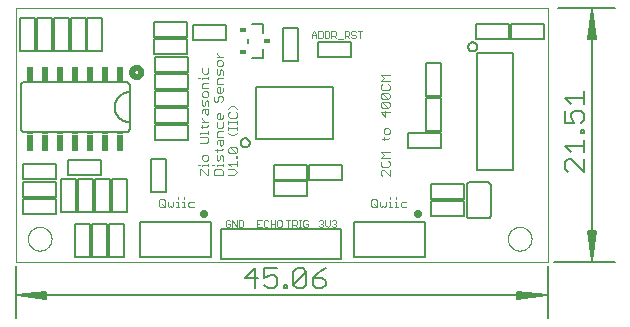
<source format=gto>
G75*
%MOIN*%
%OFA0B0*%
%FSLAX25Y25*%
%IPPOS*%
%LPD*%
%AMOC8*
5,1,8,0,0,1.08239X$1,22.5*
%
%ADD10C,0.00000*%
%ADD11C,0.00200*%
%ADD12C,0.00512*%
%ADD13C,0.00600*%
%ADD14C,0.00300*%
%ADD15C,0.00500*%
%ADD16R,0.02300X0.01800*%
%ADD17C,0.00800*%
%ADD18C,0.00787*%
%ADD19C,0.02828*%
%ADD20C,0.02000*%
%ADD21R,0.02000X0.00500*%
%ADD22R,0.02000X0.05800*%
D10*
X0014157Y0019933D02*
X0014157Y0104733D01*
X0191322Y0104733D01*
X0191322Y0019933D01*
X0014157Y0019933D01*
X0018094Y0027807D02*
X0018096Y0027932D01*
X0018102Y0028057D01*
X0018112Y0028181D01*
X0018126Y0028305D01*
X0018143Y0028429D01*
X0018165Y0028552D01*
X0018191Y0028674D01*
X0018220Y0028796D01*
X0018253Y0028916D01*
X0018291Y0029035D01*
X0018331Y0029154D01*
X0018376Y0029270D01*
X0018424Y0029385D01*
X0018476Y0029499D01*
X0018532Y0029611D01*
X0018591Y0029721D01*
X0018653Y0029829D01*
X0018719Y0029936D01*
X0018788Y0030040D01*
X0018861Y0030141D01*
X0018936Y0030241D01*
X0019015Y0030338D01*
X0019097Y0030432D01*
X0019182Y0030524D01*
X0019269Y0030613D01*
X0019360Y0030699D01*
X0019453Y0030782D01*
X0019549Y0030863D01*
X0019647Y0030940D01*
X0019747Y0031014D01*
X0019850Y0031085D01*
X0019955Y0031152D01*
X0020063Y0031217D01*
X0020172Y0031277D01*
X0020283Y0031335D01*
X0020396Y0031388D01*
X0020510Y0031438D01*
X0020626Y0031485D01*
X0020743Y0031527D01*
X0020862Y0031566D01*
X0020982Y0031602D01*
X0021103Y0031633D01*
X0021225Y0031661D01*
X0021347Y0031684D01*
X0021471Y0031704D01*
X0021595Y0031720D01*
X0021719Y0031732D01*
X0021844Y0031740D01*
X0021969Y0031744D01*
X0022093Y0031744D01*
X0022218Y0031740D01*
X0022343Y0031732D01*
X0022467Y0031720D01*
X0022591Y0031704D01*
X0022715Y0031684D01*
X0022837Y0031661D01*
X0022959Y0031633D01*
X0023080Y0031602D01*
X0023200Y0031566D01*
X0023319Y0031527D01*
X0023436Y0031485D01*
X0023552Y0031438D01*
X0023666Y0031388D01*
X0023779Y0031335D01*
X0023890Y0031277D01*
X0024000Y0031217D01*
X0024107Y0031152D01*
X0024212Y0031085D01*
X0024315Y0031014D01*
X0024415Y0030940D01*
X0024513Y0030863D01*
X0024609Y0030782D01*
X0024702Y0030699D01*
X0024793Y0030613D01*
X0024880Y0030524D01*
X0024965Y0030432D01*
X0025047Y0030338D01*
X0025126Y0030241D01*
X0025201Y0030141D01*
X0025274Y0030040D01*
X0025343Y0029936D01*
X0025409Y0029829D01*
X0025471Y0029721D01*
X0025530Y0029611D01*
X0025586Y0029499D01*
X0025638Y0029385D01*
X0025686Y0029270D01*
X0025731Y0029154D01*
X0025771Y0029035D01*
X0025809Y0028916D01*
X0025842Y0028796D01*
X0025871Y0028674D01*
X0025897Y0028552D01*
X0025919Y0028429D01*
X0025936Y0028305D01*
X0025950Y0028181D01*
X0025960Y0028057D01*
X0025966Y0027932D01*
X0025968Y0027807D01*
X0025966Y0027682D01*
X0025960Y0027557D01*
X0025950Y0027433D01*
X0025936Y0027309D01*
X0025919Y0027185D01*
X0025897Y0027062D01*
X0025871Y0026940D01*
X0025842Y0026818D01*
X0025809Y0026698D01*
X0025771Y0026579D01*
X0025731Y0026460D01*
X0025686Y0026344D01*
X0025638Y0026229D01*
X0025586Y0026115D01*
X0025530Y0026003D01*
X0025471Y0025893D01*
X0025409Y0025785D01*
X0025343Y0025678D01*
X0025274Y0025574D01*
X0025201Y0025473D01*
X0025126Y0025373D01*
X0025047Y0025276D01*
X0024965Y0025182D01*
X0024880Y0025090D01*
X0024793Y0025001D01*
X0024702Y0024915D01*
X0024609Y0024832D01*
X0024513Y0024751D01*
X0024415Y0024674D01*
X0024315Y0024600D01*
X0024212Y0024529D01*
X0024107Y0024462D01*
X0023999Y0024397D01*
X0023890Y0024337D01*
X0023779Y0024279D01*
X0023666Y0024226D01*
X0023552Y0024176D01*
X0023436Y0024129D01*
X0023319Y0024087D01*
X0023200Y0024048D01*
X0023080Y0024012D01*
X0022959Y0023981D01*
X0022837Y0023953D01*
X0022715Y0023930D01*
X0022591Y0023910D01*
X0022467Y0023894D01*
X0022343Y0023882D01*
X0022218Y0023874D01*
X0022093Y0023870D01*
X0021969Y0023870D01*
X0021844Y0023874D01*
X0021719Y0023882D01*
X0021595Y0023894D01*
X0021471Y0023910D01*
X0021347Y0023930D01*
X0021225Y0023953D01*
X0021103Y0023981D01*
X0020982Y0024012D01*
X0020862Y0024048D01*
X0020743Y0024087D01*
X0020626Y0024129D01*
X0020510Y0024176D01*
X0020396Y0024226D01*
X0020283Y0024279D01*
X0020172Y0024337D01*
X0020062Y0024397D01*
X0019955Y0024462D01*
X0019850Y0024529D01*
X0019747Y0024600D01*
X0019647Y0024674D01*
X0019549Y0024751D01*
X0019453Y0024832D01*
X0019360Y0024915D01*
X0019269Y0025001D01*
X0019182Y0025090D01*
X0019097Y0025182D01*
X0019015Y0025276D01*
X0018936Y0025373D01*
X0018861Y0025473D01*
X0018788Y0025574D01*
X0018719Y0025678D01*
X0018653Y0025785D01*
X0018591Y0025893D01*
X0018532Y0026003D01*
X0018476Y0026115D01*
X0018424Y0026229D01*
X0018376Y0026344D01*
X0018331Y0026460D01*
X0018291Y0026579D01*
X0018253Y0026698D01*
X0018220Y0026818D01*
X0018191Y0026940D01*
X0018165Y0027062D01*
X0018143Y0027185D01*
X0018126Y0027309D01*
X0018112Y0027433D01*
X0018102Y0027557D01*
X0018096Y0027682D01*
X0018094Y0027807D01*
X0178094Y0027807D02*
X0178096Y0027932D01*
X0178102Y0028057D01*
X0178112Y0028181D01*
X0178126Y0028305D01*
X0178143Y0028429D01*
X0178165Y0028552D01*
X0178191Y0028674D01*
X0178220Y0028796D01*
X0178253Y0028916D01*
X0178291Y0029035D01*
X0178331Y0029154D01*
X0178376Y0029270D01*
X0178424Y0029385D01*
X0178476Y0029499D01*
X0178532Y0029611D01*
X0178591Y0029721D01*
X0178653Y0029829D01*
X0178719Y0029936D01*
X0178788Y0030040D01*
X0178861Y0030141D01*
X0178936Y0030241D01*
X0179015Y0030338D01*
X0179097Y0030432D01*
X0179182Y0030524D01*
X0179269Y0030613D01*
X0179360Y0030699D01*
X0179453Y0030782D01*
X0179549Y0030863D01*
X0179647Y0030940D01*
X0179747Y0031014D01*
X0179850Y0031085D01*
X0179955Y0031152D01*
X0180063Y0031217D01*
X0180172Y0031277D01*
X0180283Y0031335D01*
X0180396Y0031388D01*
X0180510Y0031438D01*
X0180626Y0031485D01*
X0180743Y0031527D01*
X0180862Y0031566D01*
X0180982Y0031602D01*
X0181103Y0031633D01*
X0181225Y0031661D01*
X0181347Y0031684D01*
X0181471Y0031704D01*
X0181595Y0031720D01*
X0181719Y0031732D01*
X0181844Y0031740D01*
X0181969Y0031744D01*
X0182093Y0031744D01*
X0182218Y0031740D01*
X0182343Y0031732D01*
X0182467Y0031720D01*
X0182591Y0031704D01*
X0182715Y0031684D01*
X0182837Y0031661D01*
X0182959Y0031633D01*
X0183080Y0031602D01*
X0183200Y0031566D01*
X0183319Y0031527D01*
X0183436Y0031485D01*
X0183552Y0031438D01*
X0183666Y0031388D01*
X0183779Y0031335D01*
X0183890Y0031277D01*
X0184000Y0031217D01*
X0184107Y0031152D01*
X0184212Y0031085D01*
X0184315Y0031014D01*
X0184415Y0030940D01*
X0184513Y0030863D01*
X0184609Y0030782D01*
X0184702Y0030699D01*
X0184793Y0030613D01*
X0184880Y0030524D01*
X0184965Y0030432D01*
X0185047Y0030338D01*
X0185126Y0030241D01*
X0185201Y0030141D01*
X0185274Y0030040D01*
X0185343Y0029936D01*
X0185409Y0029829D01*
X0185471Y0029721D01*
X0185530Y0029611D01*
X0185586Y0029499D01*
X0185638Y0029385D01*
X0185686Y0029270D01*
X0185731Y0029154D01*
X0185771Y0029035D01*
X0185809Y0028916D01*
X0185842Y0028796D01*
X0185871Y0028674D01*
X0185897Y0028552D01*
X0185919Y0028429D01*
X0185936Y0028305D01*
X0185950Y0028181D01*
X0185960Y0028057D01*
X0185966Y0027932D01*
X0185968Y0027807D01*
X0185966Y0027682D01*
X0185960Y0027557D01*
X0185950Y0027433D01*
X0185936Y0027309D01*
X0185919Y0027185D01*
X0185897Y0027062D01*
X0185871Y0026940D01*
X0185842Y0026818D01*
X0185809Y0026698D01*
X0185771Y0026579D01*
X0185731Y0026460D01*
X0185686Y0026344D01*
X0185638Y0026229D01*
X0185586Y0026115D01*
X0185530Y0026003D01*
X0185471Y0025893D01*
X0185409Y0025785D01*
X0185343Y0025678D01*
X0185274Y0025574D01*
X0185201Y0025473D01*
X0185126Y0025373D01*
X0185047Y0025276D01*
X0184965Y0025182D01*
X0184880Y0025090D01*
X0184793Y0025001D01*
X0184702Y0024915D01*
X0184609Y0024832D01*
X0184513Y0024751D01*
X0184415Y0024674D01*
X0184315Y0024600D01*
X0184212Y0024529D01*
X0184107Y0024462D01*
X0183999Y0024397D01*
X0183890Y0024337D01*
X0183779Y0024279D01*
X0183666Y0024226D01*
X0183552Y0024176D01*
X0183436Y0024129D01*
X0183319Y0024087D01*
X0183200Y0024048D01*
X0183080Y0024012D01*
X0182959Y0023981D01*
X0182837Y0023953D01*
X0182715Y0023930D01*
X0182591Y0023910D01*
X0182467Y0023894D01*
X0182343Y0023882D01*
X0182218Y0023874D01*
X0182093Y0023870D01*
X0181969Y0023870D01*
X0181844Y0023874D01*
X0181719Y0023882D01*
X0181595Y0023894D01*
X0181471Y0023910D01*
X0181347Y0023930D01*
X0181225Y0023953D01*
X0181103Y0023981D01*
X0180982Y0024012D01*
X0180862Y0024048D01*
X0180743Y0024087D01*
X0180626Y0024129D01*
X0180510Y0024176D01*
X0180396Y0024226D01*
X0180283Y0024279D01*
X0180172Y0024337D01*
X0180062Y0024397D01*
X0179955Y0024462D01*
X0179850Y0024529D01*
X0179747Y0024600D01*
X0179647Y0024674D01*
X0179549Y0024751D01*
X0179453Y0024832D01*
X0179360Y0024915D01*
X0179269Y0025001D01*
X0179182Y0025090D01*
X0179097Y0025182D01*
X0179015Y0025276D01*
X0178936Y0025373D01*
X0178861Y0025473D01*
X0178788Y0025574D01*
X0178719Y0025678D01*
X0178653Y0025785D01*
X0178591Y0025893D01*
X0178532Y0026003D01*
X0178476Y0026115D01*
X0178424Y0026229D01*
X0178376Y0026344D01*
X0178331Y0026460D01*
X0178291Y0026579D01*
X0178253Y0026698D01*
X0178220Y0026818D01*
X0178191Y0026940D01*
X0178165Y0027062D01*
X0178143Y0027185D01*
X0178126Y0027309D01*
X0178112Y0027433D01*
X0178102Y0027557D01*
X0178096Y0027682D01*
X0178094Y0027807D01*
D11*
X0120944Y0032100D02*
X0120577Y0031733D01*
X0119843Y0031733D01*
X0119476Y0032100D01*
X0118734Y0032467D02*
X0118734Y0033935D01*
X0119476Y0033568D02*
X0119843Y0033935D01*
X0120577Y0033935D01*
X0120944Y0033568D01*
X0120944Y0033201D01*
X0120577Y0032834D01*
X0120944Y0032467D01*
X0120944Y0032100D01*
X0120577Y0032834D02*
X0120210Y0032834D01*
X0118734Y0032467D02*
X0118001Y0031733D01*
X0117267Y0032467D01*
X0117267Y0033935D01*
X0116525Y0033568D02*
X0116525Y0033201D01*
X0116158Y0032834D01*
X0116525Y0032467D01*
X0116525Y0032100D01*
X0116158Y0031733D01*
X0115424Y0031733D01*
X0115057Y0032100D01*
X0115791Y0032834D02*
X0116158Y0032834D01*
X0116525Y0033568D02*
X0116158Y0033935D01*
X0115424Y0033935D01*
X0115057Y0033568D01*
X0111418Y0033568D02*
X0111051Y0033935D01*
X0110317Y0033935D01*
X0109950Y0033568D01*
X0109950Y0032100D01*
X0110317Y0031733D01*
X0111051Y0031733D01*
X0111418Y0032100D01*
X0111418Y0032834D01*
X0110684Y0032834D01*
X0109210Y0031733D02*
X0108476Y0031733D01*
X0108843Y0031733D02*
X0108843Y0033935D01*
X0108476Y0033935D02*
X0109210Y0033935D01*
X0107734Y0033568D02*
X0107734Y0032834D01*
X0107368Y0032467D01*
X0106267Y0032467D01*
X0107001Y0032467D02*
X0107734Y0031733D01*
X0106267Y0031733D02*
X0106267Y0033935D01*
X0107368Y0033935D01*
X0107734Y0033568D01*
X0105525Y0033935D02*
X0104057Y0033935D01*
X0104791Y0033935D02*
X0104791Y0031733D01*
X0102654Y0032100D02*
X0102654Y0033568D01*
X0102287Y0033935D01*
X0101553Y0033935D01*
X0101186Y0033568D01*
X0101186Y0032100D01*
X0101553Y0031733D01*
X0102287Y0031733D01*
X0102654Y0032100D01*
X0100444Y0031733D02*
X0100444Y0033935D01*
X0100444Y0032834D02*
X0098976Y0032834D01*
X0098234Y0032100D02*
X0097868Y0031733D01*
X0097134Y0031733D01*
X0096767Y0032100D01*
X0096767Y0033568D01*
X0097134Y0033935D01*
X0097868Y0033935D01*
X0098234Y0033568D01*
X0098976Y0033935D02*
X0098976Y0031733D01*
X0096025Y0031733D02*
X0094557Y0031733D01*
X0094557Y0033935D01*
X0096025Y0033935D01*
X0095291Y0032834D02*
X0094557Y0032834D01*
X0089944Y0032100D02*
X0089577Y0031733D01*
X0088476Y0031733D01*
X0088476Y0033935D01*
X0089577Y0033935D01*
X0089944Y0033568D01*
X0089944Y0032100D01*
X0087734Y0031733D02*
X0087734Y0033935D01*
X0086267Y0033935D02*
X0087734Y0031733D01*
X0086267Y0031733D02*
X0086267Y0033935D01*
X0085525Y0033568D02*
X0085158Y0033935D01*
X0084424Y0033935D01*
X0084057Y0033568D01*
X0084057Y0032100D01*
X0084424Y0031733D01*
X0085158Y0031733D01*
X0085525Y0032100D01*
X0085525Y0032834D01*
X0084791Y0032834D01*
X0112657Y0094733D02*
X0112657Y0096201D01*
X0113391Y0096935D01*
X0114125Y0096201D01*
X0114125Y0094733D01*
X0114867Y0094733D02*
X0115968Y0094733D01*
X0116334Y0095100D01*
X0116334Y0096568D01*
X0115968Y0096935D01*
X0114867Y0096935D01*
X0114867Y0094733D01*
X0114125Y0095834D02*
X0112657Y0095834D01*
X0117076Y0094733D02*
X0118177Y0094733D01*
X0118544Y0095100D01*
X0118544Y0096568D01*
X0118177Y0096935D01*
X0117076Y0096935D01*
X0117076Y0094733D01*
X0119286Y0094733D02*
X0119286Y0096935D01*
X0120387Y0096935D01*
X0120754Y0096568D01*
X0120754Y0095834D01*
X0120387Y0095467D01*
X0119286Y0095467D01*
X0120020Y0095467D02*
X0120754Y0094733D01*
X0121496Y0094366D02*
X0122964Y0094366D01*
X0123706Y0094733D02*
X0123706Y0096935D01*
X0124807Y0096935D01*
X0125174Y0096568D01*
X0125174Y0095834D01*
X0124807Y0095467D01*
X0123706Y0095467D01*
X0124440Y0095467D02*
X0125174Y0094733D01*
X0125916Y0095100D02*
X0126283Y0094733D01*
X0127017Y0094733D01*
X0127384Y0095100D01*
X0127384Y0095467D01*
X0127017Y0095834D01*
X0126283Y0095834D01*
X0125916Y0096201D01*
X0125916Y0096568D01*
X0126283Y0096935D01*
X0127017Y0096935D01*
X0127384Y0096568D01*
X0128126Y0096935D02*
X0129594Y0096935D01*
X0128860Y0096935D02*
X0128860Y0094733D01*
D12*
X0014057Y0018833D02*
X0014057Y0001256D01*
X0014313Y0008933D02*
X0024293Y0007909D01*
X0024293Y0007676D02*
X0014313Y0008933D01*
X0024293Y0009957D01*
X0024293Y0010190D02*
X0024293Y0007676D01*
X0024293Y0008421D02*
X0014313Y0008933D01*
X0024293Y0009445D01*
X0024293Y0010190D02*
X0014313Y0008933D01*
X0191201Y0008933D01*
X0181220Y0007909D01*
X0181220Y0007676D02*
X0191201Y0008933D01*
X0181220Y0009957D01*
X0181220Y0010190D02*
X0181220Y0007676D01*
X0181220Y0008421D02*
X0191201Y0008933D01*
X0181220Y0009445D01*
X0181220Y0010190D02*
X0191201Y0008933D01*
X0191457Y0001256D02*
X0191457Y0018633D01*
X0193557Y0020033D02*
X0213734Y0020033D01*
X0206057Y0020289D02*
X0207080Y0030269D01*
X0207314Y0030269D02*
X0206057Y0020289D01*
X0205033Y0030269D01*
X0204800Y0030269D02*
X0207314Y0030269D01*
X0206569Y0030269D02*
X0206057Y0020289D01*
X0205545Y0030269D01*
X0204800Y0030269D02*
X0206057Y0020289D01*
X0206057Y0104477D01*
X0207080Y0094497D01*
X0207314Y0094497D02*
X0206057Y0104477D01*
X0205033Y0094497D01*
X0204800Y0094497D02*
X0207314Y0094497D01*
X0206569Y0094497D02*
X0206057Y0104477D01*
X0205545Y0094497D01*
X0204800Y0094497D02*
X0206057Y0104477D01*
X0213734Y0104733D02*
X0194757Y0104733D01*
D13*
X0203495Y0076950D02*
X0203495Y0072679D01*
X0203495Y0074814D02*
X0197089Y0074814D01*
X0199225Y0072679D01*
X0200292Y0070504D02*
X0202427Y0070504D01*
X0203495Y0069437D01*
X0203495Y0067301D01*
X0202427Y0066234D01*
X0200292Y0066234D02*
X0199225Y0068369D01*
X0199225Y0069437D01*
X0200292Y0070504D01*
X0197089Y0070504D02*
X0197089Y0066234D01*
X0200292Y0066234D01*
X0202427Y0064079D02*
X0203495Y0064079D01*
X0203495Y0063011D01*
X0202427Y0063011D01*
X0202427Y0064079D01*
X0203495Y0060836D02*
X0203495Y0056566D01*
X0203495Y0058701D02*
X0197089Y0058701D01*
X0199225Y0056566D01*
X0199225Y0054390D02*
X0198157Y0054390D01*
X0197089Y0053323D01*
X0197089Y0051188D01*
X0198157Y0050120D01*
X0199225Y0054390D02*
X0203495Y0050120D01*
X0203495Y0054390D01*
X0172357Y0045633D02*
X0172357Y0035633D01*
X0172355Y0035573D01*
X0172350Y0035512D01*
X0172341Y0035453D01*
X0172328Y0035394D01*
X0172312Y0035335D01*
X0172292Y0035278D01*
X0172269Y0035223D01*
X0172242Y0035168D01*
X0172213Y0035116D01*
X0172180Y0035065D01*
X0172144Y0035016D01*
X0172106Y0034970D01*
X0172064Y0034926D01*
X0172020Y0034884D01*
X0171974Y0034846D01*
X0171925Y0034810D01*
X0171874Y0034777D01*
X0171822Y0034748D01*
X0171767Y0034721D01*
X0171712Y0034698D01*
X0171655Y0034678D01*
X0171596Y0034662D01*
X0171537Y0034649D01*
X0171478Y0034640D01*
X0171417Y0034635D01*
X0171357Y0034633D01*
X0165357Y0034633D01*
X0165297Y0034635D01*
X0165236Y0034640D01*
X0165177Y0034649D01*
X0165118Y0034662D01*
X0165059Y0034678D01*
X0165002Y0034698D01*
X0164947Y0034721D01*
X0164892Y0034748D01*
X0164840Y0034777D01*
X0164789Y0034810D01*
X0164740Y0034846D01*
X0164694Y0034884D01*
X0164650Y0034926D01*
X0164608Y0034970D01*
X0164570Y0035016D01*
X0164534Y0035065D01*
X0164501Y0035116D01*
X0164472Y0035168D01*
X0164445Y0035223D01*
X0164422Y0035278D01*
X0164402Y0035335D01*
X0164386Y0035394D01*
X0164373Y0035453D01*
X0164364Y0035512D01*
X0164359Y0035573D01*
X0164357Y0035633D01*
X0164357Y0045633D01*
X0164359Y0045693D01*
X0164364Y0045754D01*
X0164373Y0045813D01*
X0164386Y0045872D01*
X0164402Y0045931D01*
X0164422Y0045988D01*
X0164445Y0046043D01*
X0164472Y0046098D01*
X0164501Y0046150D01*
X0164534Y0046201D01*
X0164570Y0046250D01*
X0164608Y0046296D01*
X0164650Y0046340D01*
X0164694Y0046382D01*
X0164740Y0046420D01*
X0164789Y0046456D01*
X0164840Y0046489D01*
X0164892Y0046518D01*
X0164947Y0046545D01*
X0165002Y0046568D01*
X0165059Y0046588D01*
X0165118Y0046604D01*
X0165177Y0046617D01*
X0165236Y0046626D01*
X0165297Y0046631D01*
X0165357Y0046633D01*
X0171357Y0046633D01*
X0171417Y0046631D01*
X0171478Y0046626D01*
X0171537Y0046617D01*
X0171596Y0046604D01*
X0171655Y0046588D01*
X0171712Y0046568D01*
X0171767Y0046545D01*
X0171822Y0046518D01*
X0171874Y0046489D01*
X0171925Y0046456D01*
X0171974Y0046420D01*
X0172020Y0046382D01*
X0172064Y0046340D01*
X0172106Y0046296D01*
X0172144Y0046250D01*
X0172180Y0046201D01*
X0172213Y0046150D01*
X0172242Y0046098D01*
X0172269Y0046043D01*
X0172292Y0045988D01*
X0172312Y0045931D01*
X0172328Y0045872D01*
X0172341Y0045813D01*
X0172350Y0045754D01*
X0172355Y0045693D01*
X0172357Y0045633D01*
X0117323Y0017900D02*
X0115188Y0016833D01*
X0113053Y0014698D01*
X0116256Y0014698D01*
X0117323Y0013630D01*
X0117323Y0012562D01*
X0116256Y0011495D01*
X0114121Y0011495D01*
X0113053Y0012562D01*
X0113053Y0014698D01*
X0110878Y0016833D02*
X0110878Y0012562D01*
X0109810Y0011495D01*
X0107675Y0011495D01*
X0106607Y0012562D01*
X0110878Y0016833D01*
X0109810Y0017900D01*
X0107675Y0017900D01*
X0106607Y0016833D01*
X0106607Y0012562D01*
X0104452Y0012562D02*
X0104452Y0011495D01*
X0103385Y0011495D01*
X0103385Y0012562D01*
X0104452Y0012562D01*
X0101210Y0012562D02*
X0100142Y0011495D01*
X0098007Y0011495D01*
X0096939Y0012562D01*
X0096939Y0014698D02*
X0099074Y0015765D01*
X0100142Y0015765D01*
X0101210Y0014698D01*
X0101210Y0012562D01*
X0096939Y0014698D02*
X0096939Y0017900D01*
X0101210Y0017900D01*
X0094764Y0014698D02*
X0090494Y0014698D01*
X0093696Y0017900D01*
X0093696Y0011495D01*
X0050557Y0063283D02*
X0017157Y0063283D01*
X0017081Y0063285D01*
X0017005Y0063291D01*
X0016930Y0063300D01*
X0016855Y0063314D01*
X0016781Y0063331D01*
X0016708Y0063352D01*
X0016636Y0063376D01*
X0016565Y0063405D01*
X0016496Y0063436D01*
X0016429Y0063471D01*
X0016364Y0063510D01*
X0016300Y0063552D01*
X0016239Y0063597D01*
X0016180Y0063645D01*
X0016124Y0063696D01*
X0016070Y0063750D01*
X0016019Y0063806D01*
X0015971Y0063865D01*
X0015926Y0063926D01*
X0015884Y0063990D01*
X0015845Y0064055D01*
X0015810Y0064122D01*
X0015779Y0064191D01*
X0015750Y0064262D01*
X0015726Y0064334D01*
X0015705Y0064407D01*
X0015688Y0064481D01*
X0015674Y0064556D01*
X0015665Y0064631D01*
X0015659Y0064707D01*
X0015657Y0064783D01*
X0015657Y0078683D01*
X0015659Y0078759D01*
X0015665Y0078835D01*
X0015674Y0078910D01*
X0015688Y0078985D01*
X0015705Y0079059D01*
X0015726Y0079132D01*
X0015750Y0079204D01*
X0015779Y0079275D01*
X0015810Y0079344D01*
X0015845Y0079411D01*
X0015884Y0079476D01*
X0015926Y0079540D01*
X0015971Y0079601D01*
X0016019Y0079660D01*
X0016070Y0079716D01*
X0016124Y0079770D01*
X0016180Y0079821D01*
X0016239Y0079869D01*
X0016300Y0079914D01*
X0016364Y0079956D01*
X0016429Y0079995D01*
X0016496Y0080030D01*
X0016565Y0080061D01*
X0016636Y0080090D01*
X0016708Y0080114D01*
X0016781Y0080135D01*
X0016855Y0080152D01*
X0016930Y0080166D01*
X0017005Y0080175D01*
X0017081Y0080181D01*
X0017157Y0080183D01*
X0050557Y0080183D01*
X0050633Y0080181D01*
X0050709Y0080175D01*
X0050784Y0080166D01*
X0050859Y0080152D01*
X0050933Y0080135D01*
X0051006Y0080114D01*
X0051078Y0080090D01*
X0051149Y0080061D01*
X0051218Y0080030D01*
X0051285Y0079995D01*
X0051350Y0079956D01*
X0051414Y0079914D01*
X0051475Y0079869D01*
X0051534Y0079821D01*
X0051590Y0079770D01*
X0051644Y0079716D01*
X0051695Y0079660D01*
X0051743Y0079601D01*
X0051788Y0079540D01*
X0051830Y0079476D01*
X0051869Y0079411D01*
X0051904Y0079344D01*
X0051935Y0079275D01*
X0051964Y0079204D01*
X0051988Y0079132D01*
X0052009Y0079059D01*
X0052026Y0078985D01*
X0052040Y0078910D01*
X0052049Y0078835D01*
X0052055Y0078759D01*
X0052057Y0078683D01*
X0052057Y0076733D01*
X0052057Y0066733D01*
X0052057Y0064783D01*
X0052055Y0064707D01*
X0052049Y0064631D01*
X0052040Y0064556D01*
X0052026Y0064481D01*
X0052009Y0064407D01*
X0051988Y0064334D01*
X0051964Y0064262D01*
X0051935Y0064191D01*
X0051904Y0064122D01*
X0051869Y0064055D01*
X0051830Y0063990D01*
X0051788Y0063926D01*
X0051743Y0063865D01*
X0051695Y0063806D01*
X0051644Y0063750D01*
X0051590Y0063696D01*
X0051534Y0063645D01*
X0051475Y0063597D01*
X0051414Y0063552D01*
X0051350Y0063510D01*
X0051285Y0063471D01*
X0051218Y0063436D01*
X0051149Y0063405D01*
X0051078Y0063376D01*
X0051006Y0063352D01*
X0050933Y0063331D01*
X0050859Y0063314D01*
X0050784Y0063300D01*
X0050709Y0063291D01*
X0050633Y0063285D01*
X0050557Y0063283D01*
X0052057Y0066733D02*
X0051917Y0066735D01*
X0051777Y0066741D01*
X0051637Y0066751D01*
X0051497Y0066764D01*
X0051358Y0066782D01*
X0051219Y0066804D01*
X0051082Y0066829D01*
X0050944Y0066858D01*
X0050808Y0066891D01*
X0050673Y0066928D01*
X0050539Y0066969D01*
X0050406Y0067014D01*
X0050274Y0067062D01*
X0050144Y0067114D01*
X0050015Y0067169D01*
X0049888Y0067228D01*
X0049762Y0067291D01*
X0049638Y0067357D01*
X0049517Y0067426D01*
X0049397Y0067499D01*
X0049279Y0067576D01*
X0049164Y0067655D01*
X0049050Y0067738D01*
X0048940Y0067824D01*
X0048831Y0067913D01*
X0048725Y0068005D01*
X0048622Y0068100D01*
X0048521Y0068197D01*
X0048424Y0068298D01*
X0048329Y0068401D01*
X0048237Y0068507D01*
X0048148Y0068616D01*
X0048062Y0068726D01*
X0047979Y0068840D01*
X0047900Y0068955D01*
X0047823Y0069073D01*
X0047750Y0069193D01*
X0047681Y0069314D01*
X0047615Y0069438D01*
X0047552Y0069564D01*
X0047493Y0069691D01*
X0047438Y0069820D01*
X0047386Y0069950D01*
X0047338Y0070082D01*
X0047293Y0070215D01*
X0047252Y0070349D01*
X0047215Y0070484D01*
X0047182Y0070620D01*
X0047153Y0070758D01*
X0047128Y0070895D01*
X0047106Y0071034D01*
X0047088Y0071173D01*
X0047075Y0071313D01*
X0047065Y0071453D01*
X0047059Y0071593D01*
X0047057Y0071733D01*
X0047059Y0071873D01*
X0047065Y0072013D01*
X0047075Y0072153D01*
X0047088Y0072293D01*
X0047106Y0072432D01*
X0047128Y0072571D01*
X0047153Y0072708D01*
X0047182Y0072846D01*
X0047215Y0072982D01*
X0047252Y0073117D01*
X0047293Y0073251D01*
X0047338Y0073384D01*
X0047386Y0073516D01*
X0047438Y0073646D01*
X0047493Y0073775D01*
X0047552Y0073902D01*
X0047615Y0074028D01*
X0047681Y0074152D01*
X0047750Y0074273D01*
X0047823Y0074393D01*
X0047900Y0074511D01*
X0047979Y0074626D01*
X0048062Y0074740D01*
X0048148Y0074850D01*
X0048237Y0074959D01*
X0048329Y0075065D01*
X0048424Y0075168D01*
X0048521Y0075269D01*
X0048622Y0075366D01*
X0048725Y0075461D01*
X0048831Y0075553D01*
X0048940Y0075642D01*
X0049050Y0075728D01*
X0049164Y0075811D01*
X0049279Y0075890D01*
X0049397Y0075967D01*
X0049517Y0076040D01*
X0049638Y0076109D01*
X0049762Y0076175D01*
X0049888Y0076238D01*
X0050015Y0076297D01*
X0050144Y0076352D01*
X0050274Y0076404D01*
X0050406Y0076452D01*
X0050539Y0076497D01*
X0050673Y0076538D01*
X0050808Y0076575D01*
X0050944Y0076608D01*
X0051082Y0076637D01*
X0051219Y0076662D01*
X0051358Y0076684D01*
X0051497Y0076702D01*
X0051637Y0076715D01*
X0051777Y0076725D01*
X0051917Y0076731D01*
X0052057Y0076733D01*
D14*
X0074820Y0081387D02*
X0075304Y0081387D01*
X0076272Y0081387D02*
X0078207Y0081387D01*
X0078207Y0080904D02*
X0078207Y0081871D01*
X0077723Y0082868D02*
X0076755Y0082868D01*
X0076272Y0083352D01*
X0076272Y0084803D01*
X0078207Y0084803D02*
X0078207Y0083352D01*
X0077723Y0082868D01*
X0076272Y0081387D02*
X0076272Y0080904D01*
X0076755Y0079892D02*
X0078207Y0079892D01*
X0076755Y0079892D02*
X0076272Y0079408D01*
X0076272Y0077957D01*
X0078207Y0077957D01*
X0077723Y0076946D02*
X0076755Y0076946D01*
X0076272Y0076462D01*
X0076272Y0075494D01*
X0076755Y0075011D01*
X0077723Y0075011D01*
X0078207Y0075494D01*
X0078207Y0076462D01*
X0077723Y0076946D01*
X0080104Y0074989D02*
X0080588Y0075472D01*
X0080104Y0074989D02*
X0080104Y0074021D01*
X0080588Y0073537D01*
X0081072Y0073537D01*
X0081555Y0074021D01*
X0081555Y0074989D01*
X0082039Y0075472D01*
X0082523Y0075472D01*
X0083007Y0074989D01*
X0083007Y0074021D01*
X0082523Y0073537D01*
X0084904Y0071082D02*
X0085872Y0072049D01*
X0086839Y0072049D01*
X0087807Y0071082D01*
X0087323Y0070070D02*
X0087807Y0069587D01*
X0087807Y0068619D01*
X0087323Y0068135D01*
X0085388Y0068135D01*
X0084904Y0068619D01*
X0084904Y0069587D01*
X0085388Y0070070D01*
X0083007Y0069096D02*
X0083007Y0068128D01*
X0082523Y0067644D01*
X0081555Y0067644D01*
X0081072Y0068128D01*
X0081072Y0069096D01*
X0081555Y0069579D01*
X0082039Y0069579D01*
X0082039Y0067644D01*
X0081072Y0066633D02*
X0081072Y0065182D01*
X0081555Y0064698D01*
X0082523Y0064698D01*
X0083007Y0065182D01*
X0083007Y0066633D01*
X0084904Y0066655D02*
X0087807Y0066655D01*
X0087807Y0066171D02*
X0087807Y0067139D01*
X0087807Y0065174D02*
X0087807Y0064207D01*
X0087807Y0064690D02*
X0084904Y0064690D01*
X0084904Y0064207D02*
X0084904Y0065174D01*
X0084904Y0066171D02*
X0084904Y0067139D01*
X0083007Y0063686D02*
X0081555Y0063686D01*
X0081072Y0063203D01*
X0081072Y0061751D01*
X0083007Y0061751D01*
X0083007Y0060740D02*
X0081555Y0060740D01*
X0081072Y0060256D01*
X0081072Y0059289D01*
X0082039Y0059289D02*
X0082523Y0058805D01*
X0083007Y0059289D01*
X0083007Y0060740D01*
X0082039Y0060740D02*
X0082039Y0059289D01*
X0081072Y0057808D02*
X0081072Y0056840D01*
X0080588Y0057324D02*
X0082523Y0057324D01*
X0083007Y0057808D01*
X0084904Y0057801D02*
X0084904Y0056833D01*
X0085388Y0056349D01*
X0087323Y0056349D01*
X0085388Y0058284D01*
X0087323Y0058284D01*
X0087807Y0057801D01*
X0087807Y0056833D01*
X0087323Y0056349D01*
X0087323Y0055360D02*
X0087807Y0055360D01*
X0087807Y0054876D01*
X0087323Y0054876D01*
X0087323Y0055360D01*
X0087807Y0053865D02*
X0087807Y0051930D01*
X0087807Y0052897D02*
X0084904Y0052897D01*
X0085872Y0051930D01*
X0086839Y0050918D02*
X0084904Y0050918D01*
X0086839Y0050918D02*
X0087807Y0049951D01*
X0086839Y0048983D01*
X0084904Y0048983D01*
X0083007Y0048983D02*
X0083007Y0050434D01*
X0082523Y0050918D01*
X0080588Y0050918D01*
X0080104Y0050434D01*
X0080104Y0048983D01*
X0083007Y0048983D01*
X0078207Y0048983D02*
X0078207Y0050918D01*
X0078207Y0051930D02*
X0078207Y0052897D01*
X0078207Y0052413D02*
X0076272Y0052413D01*
X0076272Y0051930D01*
X0075304Y0052413D02*
X0074820Y0052413D01*
X0075304Y0050918D02*
X0075788Y0050918D01*
X0077723Y0048983D01*
X0078207Y0048983D01*
X0075304Y0048983D02*
X0075304Y0050918D01*
X0076755Y0053894D02*
X0077723Y0053894D01*
X0078207Y0054378D01*
X0078207Y0055345D01*
X0077723Y0055829D01*
X0076755Y0055829D01*
X0076272Y0055345D01*
X0076272Y0054378D01*
X0076755Y0053894D01*
X0079620Y0052413D02*
X0080104Y0052413D01*
X0081072Y0052413D02*
X0083007Y0052413D01*
X0083007Y0051930D02*
X0083007Y0052897D01*
X0083007Y0053894D02*
X0083007Y0055345D01*
X0082523Y0055829D01*
X0082039Y0055345D01*
X0082039Y0054378D01*
X0081555Y0053894D01*
X0081072Y0054378D01*
X0081072Y0055829D01*
X0084904Y0057801D02*
X0085388Y0058284D01*
X0085872Y0062242D02*
X0084904Y0063210D01*
X0085872Y0062242D02*
X0086839Y0062242D01*
X0087807Y0063210D01*
X0078207Y0063217D02*
X0075304Y0063217D01*
X0075304Y0062733D01*
X0075304Y0061722D02*
X0077723Y0061722D01*
X0078207Y0061238D01*
X0078207Y0060271D01*
X0077723Y0059787D01*
X0075304Y0059787D01*
X0078207Y0062733D02*
X0078207Y0063701D01*
X0077723Y0065182D02*
X0075788Y0065182D01*
X0076272Y0065665D02*
X0076272Y0064698D01*
X0077723Y0065182D02*
X0078207Y0065665D01*
X0078207Y0066662D02*
X0076272Y0066662D01*
X0077239Y0066662D02*
X0076272Y0067630D01*
X0076272Y0068113D01*
X0077723Y0069118D02*
X0077239Y0069601D01*
X0077239Y0071053D01*
X0076755Y0071053D02*
X0078207Y0071053D01*
X0078207Y0069601D01*
X0077723Y0069118D01*
X0076272Y0069601D02*
X0076272Y0070569D01*
X0076755Y0071053D01*
X0076755Y0072064D02*
X0076272Y0072548D01*
X0076272Y0073999D01*
X0077239Y0073515D02*
X0077239Y0072548D01*
X0076755Y0072064D01*
X0078207Y0072064D02*
X0078207Y0073515D01*
X0077723Y0073999D01*
X0077239Y0073515D01*
X0081072Y0076968D02*
X0081555Y0076484D01*
X0082523Y0076484D01*
X0083007Y0076968D01*
X0083007Y0077935D01*
X0082039Y0078419D02*
X0082039Y0076484D01*
X0081072Y0076968D02*
X0081072Y0077935D01*
X0081555Y0078419D01*
X0082039Y0078419D01*
X0081072Y0079430D02*
X0081072Y0080882D01*
X0081555Y0081365D01*
X0083007Y0081365D01*
X0083007Y0082377D02*
X0083007Y0083828D01*
X0082523Y0084312D01*
X0082039Y0083828D01*
X0082039Y0082861D01*
X0081555Y0082377D01*
X0081072Y0082861D01*
X0081072Y0084312D01*
X0081555Y0085323D02*
X0082523Y0085323D01*
X0083007Y0085807D01*
X0083007Y0086775D01*
X0082523Y0087258D01*
X0081555Y0087258D01*
X0081072Y0086775D01*
X0081072Y0085807D01*
X0081555Y0085323D01*
X0081072Y0088270D02*
X0083007Y0088270D01*
X0082039Y0088270D02*
X0081072Y0089237D01*
X0081072Y0089721D01*
X0081072Y0079430D02*
X0083007Y0079430D01*
X0081072Y0052413D02*
X0081072Y0051930D01*
X0070048Y0041669D02*
X0070048Y0041186D01*
X0070048Y0040218D02*
X0070048Y0038283D01*
X0069564Y0038283D02*
X0070532Y0038283D01*
X0071528Y0038767D02*
X0071528Y0039734D01*
X0072012Y0040218D01*
X0073463Y0040218D01*
X0073463Y0038283D02*
X0072012Y0038283D01*
X0071528Y0038767D01*
X0070048Y0040218D02*
X0069564Y0040218D01*
X0068083Y0040218D02*
X0068083Y0038283D01*
X0067600Y0038283D02*
X0068567Y0038283D01*
X0066588Y0038767D02*
X0066588Y0040218D01*
X0067600Y0040218D02*
X0068083Y0040218D01*
X0068083Y0041186D02*
X0068083Y0041669D01*
X0064653Y0040218D02*
X0064653Y0038767D01*
X0065137Y0038283D01*
X0065621Y0038767D01*
X0066104Y0038283D01*
X0066588Y0038767D01*
X0063642Y0038767D02*
X0063158Y0038283D01*
X0062190Y0038283D01*
X0061707Y0038767D01*
X0061707Y0040702D01*
X0062190Y0041186D01*
X0063158Y0041186D01*
X0063642Y0040702D01*
X0063642Y0038767D01*
X0063642Y0038283D02*
X0062674Y0039251D01*
X0132507Y0038767D02*
X0132990Y0038283D01*
X0133958Y0038283D01*
X0134442Y0038767D01*
X0134442Y0040702D01*
X0133958Y0041186D01*
X0132990Y0041186D01*
X0132507Y0040702D01*
X0132507Y0038767D01*
X0133474Y0039251D02*
X0134442Y0038283D01*
X0135453Y0038767D02*
X0135937Y0038283D01*
X0136421Y0038767D01*
X0136904Y0038283D01*
X0137388Y0038767D01*
X0137388Y0040218D01*
X0138400Y0040218D02*
X0138883Y0040218D01*
X0138883Y0038283D01*
X0138400Y0038283D02*
X0139367Y0038283D01*
X0140364Y0038283D02*
X0141332Y0038283D01*
X0140848Y0038283D02*
X0140848Y0040218D01*
X0140364Y0040218D01*
X0140848Y0041186D02*
X0140848Y0041669D01*
X0138883Y0041669D02*
X0138883Y0041186D01*
X0135453Y0040218D02*
X0135453Y0038767D01*
X0142328Y0038767D02*
X0142812Y0038283D01*
X0144263Y0038283D01*
X0142328Y0038767D02*
X0142328Y0039734D01*
X0142812Y0040218D01*
X0144263Y0040218D01*
X0138707Y0048883D02*
X0136772Y0050818D01*
X0136288Y0050818D01*
X0135804Y0050334D01*
X0135804Y0049367D01*
X0136288Y0048883D01*
X0138707Y0048883D02*
X0138707Y0050818D01*
X0138223Y0051830D02*
X0136288Y0051830D01*
X0135804Y0052313D01*
X0135804Y0053281D01*
X0136288Y0053765D01*
X0135804Y0054776D02*
X0136772Y0055744D01*
X0135804Y0056711D01*
X0138707Y0056711D01*
X0138707Y0054776D02*
X0135804Y0054776D01*
X0138223Y0053765D02*
X0138707Y0053281D01*
X0138707Y0052313D01*
X0138223Y0051830D01*
X0136772Y0060669D02*
X0136772Y0061637D01*
X0136288Y0061153D02*
X0138223Y0061153D01*
X0138707Y0061637D01*
X0138223Y0062633D02*
X0137255Y0062633D01*
X0136772Y0063117D01*
X0136772Y0064085D01*
X0137255Y0064568D01*
X0138223Y0064568D01*
X0138707Y0064085D01*
X0138707Y0063117D01*
X0138223Y0062633D01*
X0137255Y0068527D02*
X0137255Y0070462D01*
X0136288Y0071473D02*
X0135804Y0071957D01*
X0135804Y0072924D01*
X0136288Y0073408D01*
X0138223Y0071473D01*
X0138707Y0071957D01*
X0138707Y0072924D01*
X0138223Y0073408D01*
X0136288Y0073408D01*
X0136288Y0074420D02*
X0135804Y0074903D01*
X0135804Y0075871D01*
X0136288Y0076355D01*
X0138223Y0074420D01*
X0138707Y0074903D01*
X0138707Y0075871D01*
X0138223Y0076355D01*
X0136288Y0076355D01*
X0136288Y0077366D02*
X0138223Y0077366D01*
X0138707Y0077850D01*
X0138707Y0078817D01*
X0138223Y0079301D01*
X0138707Y0080313D02*
X0135804Y0080313D01*
X0136772Y0081280D01*
X0135804Y0082248D01*
X0138707Y0082248D01*
X0136288Y0079301D02*
X0135804Y0078817D01*
X0135804Y0077850D01*
X0136288Y0077366D01*
X0136288Y0074420D02*
X0138223Y0074420D01*
X0138223Y0071473D02*
X0136288Y0071473D01*
X0135804Y0069978D02*
X0137255Y0068527D01*
X0138707Y0069978D02*
X0135804Y0069978D01*
D15*
X0144849Y0062919D02*
X0144849Y0057919D01*
X0155849Y0057919D01*
X0155849Y0062919D01*
X0144849Y0062919D01*
X0150801Y0063646D02*
X0155801Y0063646D01*
X0155801Y0074646D01*
X0150801Y0074646D01*
X0150801Y0063646D01*
X0150801Y0075246D02*
X0155801Y0075246D01*
X0155801Y0086246D01*
X0150801Y0086246D01*
X0150801Y0075246D01*
X0125880Y0088435D02*
X0114880Y0088435D01*
X0114880Y0093435D01*
X0125880Y0093435D01*
X0125880Y0088435D01*
X0108157Y0087133D02*
X0108157Y0098133D01*
X0103157Y0098133D01*
X0103157Y0087133D01*
X0108157Y0087133D01*
X0096406Y0087941D02*
X0096406Y0090941D01*
X0091406Y0092941D02*
X0091406Y0094441D01*
X0096406Y0096441D02*
X0096406Y0099441D01*
X0092906Y0099441D01*
X0084157Y0099033D02*
X0084157Y0094033D01*
X0073157Y0094033D01*
X0073157Y0099033D01*
X0084157Y0099033D01*
X0071257Y0099933D02*
X0071257Y0094933D01*
X0060257Y0094933D01*
X0060257Y0099933D01*
X0071257Y0099933D01*
X0071257Y0094233D02*
X0071257Y0089233D01*
X0060257Y0089233D01*
X0060257Y0094233D01*
X0071257Y0094233D01*
X0071357Y0088533D02*
X0060357Y0088533D01*
X0060357Y0083533D01*
X0071357Y0083533D01*
X0071357Y0088533D01*
X0071357Y0082833D02*
X0060357Y0082833D01*
X0060357Y0077833D01*
X0071357Y0077833D01*
X0071357Y0082833D01*
X0071357Y0077133D02*
X0060357Y0077133D01*
X0060357Y0072133D01*
X0071357Y0072133D01*
X0071357Y0077133D01*
X0071357Y0071333D02*
X0060357Y0071333D01*
X0060357Y0066333D01*
X0071357Y0066333D01*
X0071357Y0071333D01*
X0071357Y0065633D02*
X0060357Y0065633D01*
X0060357Y0060633D01*
X0071357Y0060633D01*
X0071357Y0065633D01*
X0064157Y0054533D02*
X0059157Y0054533D01*
X0059157Y0043533D01*
X0064157Y0043533D01*
X0064157Y0054533D01*
X0051157Y0047833D02*
X0046157Y0047833D01*
X0046157Y0036833D01*
X0051157Y0036833D01*
X0051157Y0047833D01*
X0045557Y0047833D02*
X0040557Y0047833D01*
X0040557Y0036833D01*
X0045557Y0036833D01*
X0045557Y0047833D01*
X0042357Y0049133D02*
X0031357Y0049133D01*
X0031357Y0054133D01*
X0042357Y0054133D01*
X0042357Y0049133D01*
X0039857Y0047833D02*
X0039857Y0036833D01*
X0034857Y0036833D01*
X0034857Y0047833D01*
X0039857Y0047833D01*
X0034057Y0047833D02*
X0029057Y0047833D01*
X0029057Y0036833D01*
X0034057Y0036833D01*
X0034057Y0047833D01*
X0027557Y0047633D02*
X0027557Y0052633D01*
X0016557Y0052633D01*
X0016557Y0047633D01*
X0027557Y0047633D01*
X0027557Y0046833D02*
X0027557Y0041833D01*
X0016557Y0041833D01*
X0016557Y0046833D01*
X0027557Y0046833D01*
X0027557Y0041033D02*
X0016557Y0041033D01*
X0016557Y0036033D01*
X0027557Y0036033D01*
X0027557Y0041033D01*
X0033657Y0032633D02*
X0038657Y0032633D01*
X0038657Y0021633D01*
X0033657Y0021633D01*
X0033657Y0032633D01*
X0039457Y0032633D02*
X0044457Y0032633D01*
X0044457Y0021633D01*
X0039457Y0021633D01*
X0039457Y0032633D01*
X0045157Y0032733D02*
X0050157Y0032733D01*
X0050157Y0021733D01*
X0045157Y0021733D01*
X0045157Y0032733D01*
X0082574Y0030933D02*
X0082574Y0020933D01*
X0122574Y0020933D01*
X0122574Y0030933D01*
X0082574Y0030933D01*
X0100057Y0041933D02*
X0100057Y0046933D01*
X0111057Y0046933D01*
X0111057Y0041933D01*
X0100057Y0041933D01*
X0100057Y0047533D02*
X0100057Y0052533D01*
X0111057Y0052533D01*
X0111057Y0047533D01*
X0100057Y0047533D01*
X0111757Y0047533D02*
X0111757Y0052533D01*
X0122757Y0052533D01*
X0122757Y0047533D01*
X0111757Y0047533D01*
X0119808Y0061168D02*
X0094217Y0061168D01*
X0094217Y0078491D01*
X0119808Y0078491D01*
X0119808Y0061168D01*
X0152369Y0045960D02*
X0152369Y0040960D01*
X0163369Y0040960D01*
X0163369Y0045960D01*
X0152369Y0045960D01*
X0152369Y0040260D02*
X0152369Y0035260D01*
X0163369Y0035260D01*
X0163369Y0040260D01*
X0152369Y0040260D01*
X0167734Y0050821D02*
X0167734Y0089798D01*
X0179939Y0089798D01*
X0179939Y0050821D01*
X0167734Y0050821D01*
X0096406Y0087941D02*
X0092906Y0087941D01*
X0042957Y0090233D02*
X0037957Y0090233D01*
X0037957Y0101233D01*
X0042957Y0101233D01*
X0042957Y0090233D01*
X0037357Y0090233D02*
X0032357Y0090233D01*
X0032357Y0101233D01*
X0037357Y0101233D01*
X0037357Y0090233D01*
X0031757Y0090233D02*
X0026757Y0090233D01*
X0026757Y0101233D01*
X0031757Y0101233D01*
X0031757Y0090233D01*
X0026057Y0090233D02*
X0021057Y0090233D01*
X0021057Y0101233D01*
X0026057Y0101233D01*
X0026057Y0090233D01*
X0020457Y0090233D02*
X0015457Y0090233D01*
X0015457Y0101233D01*
X0020457Y0101233D01*
X0020457Y0090233D01*
X0167337Y0094539D02*
X0167337Y0099539D01*
X0178337Y0099539D01*
X0178337Y0094539D01*
X0167337Y0094539D01*
X0178976Y0094499D02*
X0178976Y0099499D01*
X0189976Y0099499D01*
X0189976Y0094499D01*
X0178976Y0094499D01*
D16*
X0097856Y0093691D03*
X0089956Y0097391D03*
X0089956Y0089991D03*
D17*
X0089013Y0059829D02*
X0089015Y0059906D01*
X0089021Y0059983D01*
X0089031Y0060060D01*
X0089045Y0060136D01*
X0089062Y0060211D01*
X0089084Y0060285D01*
X0089109Y0060358D01*
X0089139Y0060430D01*
X0089171Y0060500D01*
X0089208Y0060568D01*
X0089247Y0060634D01*
X0089290Y0060698D01*
X0089337Y0060760D01*
X0089386Y0060819D01*
X0089439Y0060876D01*
X0089494Y0060930D01*
X0089552Y0060981D01*
X0089613Y0061029D01*
X0089676Y0061074D01*
X0089741Y0061115D01*
X0089808Y0061153D01*
X0089877Y0061188D01*
X0089948Y0061218D01*
X0090020Y0061246D01*
X0090094Y0061269D01*
X0090168Y0061289D01*
X0090244Y0061305D01*
X0090320Y0061317D01*
X0090397Y0061325D01*
X0090474Y0061329D01*
X0090552Y0061329D01*
X0090629Y0061325D01*
X0090706Y0061317D01*
X0090782Y0061305D01*
X0090858Y0061289D01*
X0090932Y0061269D01*
X0091006Y0061246D01*
X0091078Y0061218D01*
X0091149Y0061188D01*
X0091218Y0061153D01*
X0091285Y0061115D01*
X0091350Y0061074D01*
X0091413Y0061029D01*
X0091474Y0060981D01*
X0091532Y0060930D01*
X0091587Y0060876D01*
X0091640Y0060819D01*
X0091689Y0060760D01*
X0091736Y0060698D01*
X0091779Y0060634D01*
X0091818Y0060568D01*
X0091855Y0060500D01*
X0091887Y0060430D01*
X0091917Y0060358D01*
X0091942Y0060285D01*
X0091964Y0060211D01*
X0091981Y0060136D01*
X0091995Y0060060D01*
X0092005Y0059983D01*
X0092011Y0059906D01*
X0092013Y0059829D01*
X0092011Y0059752D01*
X0092005Y0059675D01*
X0091995Y0059598D01*
X0091981Y0059522D01*
X0091964Y0059447D01*
X0091942Y0059373D01*
X0091917Y0059300D01*
X0091887Y0059228D01*
X0091855Y0059158D01*
X0091818Y0059090D01*
X0091779Y0059024D01*
X0091736Y0058960D01*
X0091689Y0058898D01*
X0091640Y0058839D01*
X0091587Y0058782D01*
X0091532Y0058728D01*
X0091474Y0058677D01*
X0091413Y0058629D01*
X0091350Y0058584D01*
X0091285Y0058543D01*
X0091218Y0058505D01*
X0091149Y0058470D01*
X0091078Y0058440D01*
X0091006Y0058412D01*
X0090932Y0058389D01*
X0090858Y0058369D01*
X0090782Y0058353D01*
X0090706Y0058341D01*
X0090629Y0058333D01*
X0090552Y0058329D01*
X0090474Y0058329D01*
X0090397Y0058333D01*
X0090320Y0058341D01*
X0090244Y0058353D01*
X0090168Y0058369D01*
X0090094Y0058389D01*
X0090020Y0058412D01*
X0089948Y0058440D01*
X0089877Y0058470D01*
X0089808Y0058505D01*
X0089741Y0058543D01*
X0089676Y0058584D01*
X0089613Y0058629D01*
X0089552Y0058677D01*
X0089494Y0058728D01*
X0089439Y0058782D01*
X0089386Y0058839D01*
X0089337Y0058898D01*
X0089290Y0058960D01*
X0089247Y0059024D01*
X0089208Y0059090D01*
X0089171Y0059158D01*
X0089139Y0059228D01*
X0089109Y0059300D01*
X0089084Y0059373D01*
X0089062Y0059447D01*
X0089045Y0059522D01*
X0089031Y0059598D01*
X0089021Y0059675D01*
X0089015Y0059752D01*
X0089013Y0059829D01*
X0164836Y0091809D02*
X0164838Y0091886D01*
X0164844Y0091963D01*
X0164854Y0092040D01*
X0164868Y0092116D01*
X0164885Y0092191D01*
X0164907Y0092265D01*
X0164932Y0092338D01*
X0164962Y0092410D01*
X0164994Y0092480D01*
X0165031Y0092548D01*
X0165070Y0092614D01*
X0165113Y0092678D01*
X0165160Y0092740D01*
X0165209Y0092799D01*
X0165262Y0092856D01*
X0165317Y0092910D01*
X0165375Y0092961D01*
X0165436Y0093009D01*
X0165499Y0093054D01*
X0165564Y0093095D01*
X0165631Y0093133D01*
X0165700Y0093168D01*
X0165771Y0093198D01*
X0165843Y0093226D01*
X0165917Y0093249D01*
X0165991Y0093269D01*
X0166067Y0093285D01*
X0166143Y0093297D01*
X0166220Y0093305D01*
X0166297Y0093309D01*
X0166375Y0093309D01*
X0166452Y0093305D01*
X0166529Y0093297D01*
X0166605Y0093285D01*
X0166681Y0093269D01*
X0166755Y0093249D01*
X0166829Y0093226D01*
X0166901Y0093198D01*
X0166972Y0093168D01*
X0167041Y0093133D01*
X0167108Y0093095D01*
X0167173Y0093054D01*
X0167236Y0093009D01*
X0167297Y0092961D01*
X0167355Y0092910D01*
X0167410Y0092856D01*
X0167463Y0092799D01*
X0167512Y0092740D01*
X0167559Y0092678D01*
X0167602Y0092614D01*
X0167641Y0092548D01*
X0167678Y0092480D01*
X0167710Y0092410D01*
X0167740Y0092338D01*
X0167765Y0092265D01*
X0167787Y0092191D01*
X0167804Y0092116D01*
X0167818Y0092040D01*
X0167828Y0091963D01*
X0167834Y0091886D01*
X0167836Y0091809D01*
X0167834Y0091732D01*
X0167828Y0091655D01*
X0167818Y0091578D01*
X0167804Y0091502D01*
X0167787Y0091427D01*
X0167765Y0091353D01*
X0167740Y0091280D01*
X0167710Y0091208D01*
X0167678Y0091138D01*
X0167641Y0091070D01*
X0167602Y0091004D01*
X0167559Y0090940D01*
X0167512Y0090878D01*
X0167463Y0090819D01*
X0167410Y0090762D01*
X0167355Y0090708D01*
X0167297Y0090657D01*
X0167236Y0090609D01*
X0167173Y0090564D01*
X0167108Y0090523D01*
X0167041Y0090485D01*
X0166972Y0090450D01*
X0166901Y0090420D01*
X0166829Y0090392D01*
X0166755Y0090369D01*
X0166681Y0090349D01*
X0166605Y0090333D01*
X0166529Y0090321D01*
X0166452Y0090313D01*
X0166375Y0090309D01*
X0166297Y0090309D01*
X0166220Y0090313D01*
X0166143Y0090321D01*
X0166067Y0090333D01*
X0165991Y0090349D01*
X0165917Y0090369D01*
X0165843Y0090392D01*
X0165771Y0090420D01*
X0165700Y0090450D01*
X0165631Y0090485D01*
X0165564Y0090523D01*
X0165499Y0090564D01*
X0165436Y0090609D01*
X0165375Y0090657D01*
X0165317Y0090708D01*
X0165262Y0090762D01*
X0165209Y0090819D01*
X0165160Y0090878D01*
X0165113Y0090940D01*
X0165070Y0091004D01*
X0165031Y0091070D01*
X0164994Y0091138D01*
X0164962Y0091208D01*
X0164932Y0091280D01*
X0164907Y0091353D01*
X0164885Y0091427D01*
X0164868Y0091502D01*
X0164854Y0091578D01*
X0164844Y0091655D01*
X0164838Y0091732D01*
X0164836Y0091809D01*
D18*
X0150489Y0033431D02*
X0126867Y0033431D01*
X0126867Y0021620D01*
X0150489Y0021620D01*
X0150489Y0033431D01*
X0079080Y0033431D02*
X0079080Y0021620D01*
X0055458Y0021620D01*
X0055458Y0033431D01*
X0079080Y0033431D01*
D19*
X0076869Y0035918D03*
X0148278Y0035918D03*
D20*
X0052857Y0083233D02*
X0052859Y0083310D01*
X0052865Y0083387D01*
X0052875Y0083464D01*
X0052889Y0083540D01*
X0052906Y0083615D01*
X0052928Y0083689D01*
X0052953Y0083762D01*
X0052983Y0083834D01*
X0053015Y0083904D01*
X0053052Y0083972D01*
X0053091Y0084038D01*
X0053134Y0084102D01*
X0053181Y0084164D01*
X0053230Y0084223D01*
X0053283Y0084280D01*
X0053338Y0084334D01*
X0053396Y0084385D01*
X0053457Y0084433D01*
X0053520Y0084478D01*
X0053585Y0084519D01*
X0053652Y0084557D01*
X0053721Y0084592D01*
X0053792Y0084622D01*
X0053864Y0084650D01*
X0053938Y0084673D01*
X0054012Y0084693D01*
X0054088Y0084709D01*
X0054164Y0084721D01*
X0054241Y0084729D01*
X0054318Y0084733D01*
X0054396Y0084733D01*
X0054473Y0084729D01*
X0054550Y0084721D01*
X0054626Y0084709D01*
X0054702Y0084693D01*
X0054776Y0084673D01*
X0054850Y0084650D01*
X0054922Y0084622D01*
X0054993Y0084592D01*
X0055062Y0084557D01*
X0055129Y0084519D01*
X0055194Y0084478D01*
X0055257Y0084433D01*
X0055318Y0084385D01*
X0055376Y0084334D01*
X0055431Y0084280D01*
X0055484Y0084223D01*
X0055533Y0084164D01*
X0055580Y0084102D01*
X0055623Y0084038D01*
X0055662Y0083972D01*
X0055699Y0083904D01*
X0055731Y0083834D01*
X0055761Y0083762D01*
X0055786Y0083689D01*
X0055808Y0083615D01*
X0055825Y0083540D01*
X0055839Y0083464D01*
X0055849Y0083387D01*
X0055855Y0083310D01*
X0055857Y0083233D01*
X0055855Y0083156D01*
X0055849Y0083079D01*
X0055839Y0083002D01*
X0055825Y0082926D01*
X0055808Y0082851D01*
X0055786Y0082777D01*
X0055761Y0082704D01*
X0055731Y0082632D01*
X0055699Y0082562D01*
X0055662Y0082494D01*
X0055623Y0082428D01*
X0055580Y0082364D01*
X0055533Y0082302D01*
X0055484Y0082243D01*
X0055431Y0082186D01*
X0055376Y0082132D01*
X0055318Y0082081D01*
X0055257Y0082033D01*
X0055194Y0081988D01*
X0055129Y0081947D01*
X0055062Y0081909D01*
X0054993Y0081874D01*
X0054922Y0081844D01*
X0054850Y0081816D01*
X0054776Y0081793D01*
X0054702Y0081773D01*
X0054626Y0081757D01*
X0054550Y0081745D01*
X0054473Y0081737D01*
X0054396Y0081733D01*
X0054318Y0081733D01*
X0054241Y0081737D01*
X0054164Y0081745D01*
X0054088Y0081757D01*
X0054012Y0081773D01*
X0053938Y0081793D01*
X0053864Y0081816D01*
X0053792Y0081844D01*
X0053721Y0081874D01*
X0053652Y0081909D01*
X0053585Y0081947D01*
X0053520Y0081988D01*
X0053457Y0082033D01*
X0053396Y0082081D01*
X0053338Y0082132D01*
X0053283Y0082186D01*
X0053230Y0082243D01*
X0053181Y0082302D01*
X0053134Y0082364D01*
X0053091Y0082428D01*
X0053052Y0082494D01*
X0053015Y0082562D01*
X0052983Y0082632D01*
X0052953Y0082704D01*
X0052928Y0082777D01*
X0052906Y0082851D01*
X0052889Y0082926D01*
X0052875Y0083002D01*
X0052865Y0083079D01*
X0052859Y0083156D01*
X0052857Y0083233D01*
D21*
X0048857Y0080433D03*
X0048857Y0080433D03*
X0043857Y0080433D03*
X0038857Y0080433D03*
X0033857Y0080433D03*
X0028857Y0080433D03*
X0023857Y0080433D03*
X0018857Y0080433D03*
X0018857Y0063033D03*
X0023857Y0063033D03*
X0028857Y0063033D03*
X0033857Y0063033D03*
X0038857Y0063033D03*
X0043857Y0063033D03*
X0048857Y0063033D03*
X0048857Y0063033D03*
D22*
X0048857Y0059883D03*
X0043857Y0059883D03*
X0038857Y0059883D03*
X0033857Y0059883D03*
X0028857Y0059883D03*
X0023857Y0059883D03*
X0018857Y0059883D03*
X0018857Y0082333D03*
X0023857Y0082333D03*
X0028857Y0082333D03*
X0033857Y0082333D03*
X0038857Y0082333D03*
X0043857Y0082333D03*
X0048857Y0082333D03*
M02*

</source>
